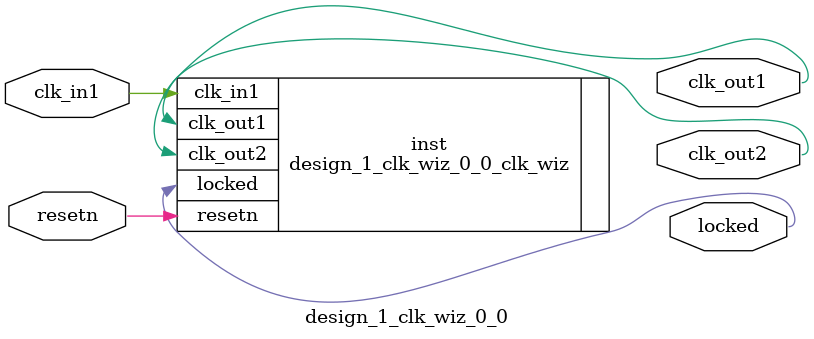
<source format=v>


`timescale 1ps/1ps

(* CORE_GENERATION_INFO = "design_1_clk_wiz_0_0,clk_wiz_v6_0_0_0,{component_name=design_1_clk_wiz_0_0,use_phase_alignment=true,use_min_o_jitter=false,use_max_i_jitter=false,use_dyn_phase_shift=false,use_inclk_switchover=false,use_dyn_reconfig=false,enable_axi=0,feedback_source=FDBK_AUTO,PRIMITIVE=MMCM,num_out_clk=2,clkin1_period=10.000,clkin2_period=10.000,use_power_down=false,use_reset=true,use_locked=true,use_inclk_stopped=false,feedback_type=SINGLE,CLOCK_MGR_TYPE=NA,manual_override=false}" *)

module design_1_clk_wiz_0_0 
 (
  // Clock out ports
  output        clk_out1,
  output        clk_out2,
  // Status and control signals
  input         resetn,
  output        locked,
 // Clock in ports
  input         clk_in1
 );

  design_1_clk_wiz_0_0_clk_wiz inst
  (
  // Clock out ports  
  .clk_out1(clk_out1),
  .clk_out2(clk_out2),
  // Status and control signals               
  .resetn(resetn), 
  .locked(locked),
 // Clock in ports
  .clk_in1(clk_in1)
  );

endmodule

</source>
